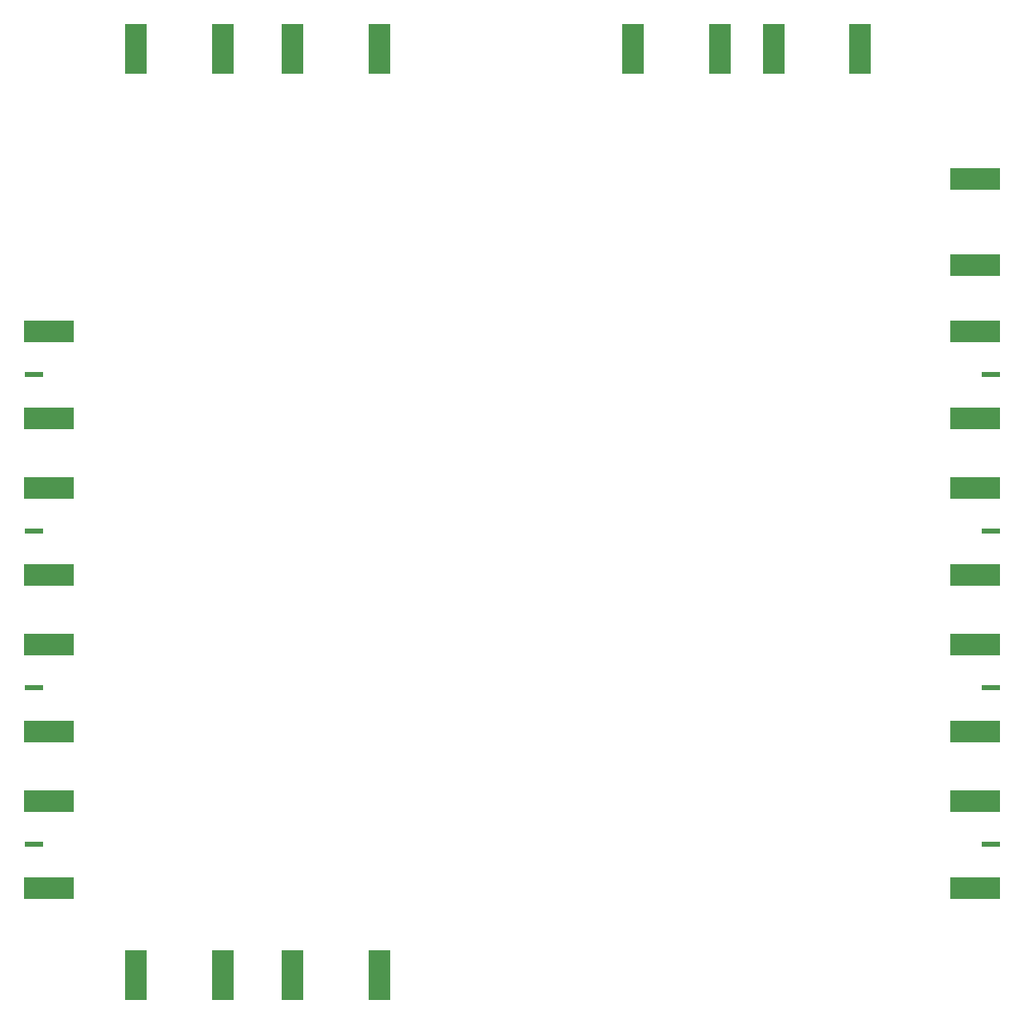
<source format=gtp>
G04*
G04 #@! TF.GenerationSoftware,Altium Limited,Altium Designer,19.1.7 (138)*
G04*
G04 Layer_Color=8421504*
%FSLAX25Y25*%
%MOIN*%
G70*
G01*
G75*
%ADD12R,0.07500X0.02000*%
%ADD13R,0.20000X0.09000*%
%ADD14R,0.09000X0.20000*%
D12*
X389351Y251969D02*
D03*
Y125984D02*
D03*
X4350D02*
D03*
X389351Y62992D02*
D03*
X4350D02*
D03*
X389351Y188976D02*
D03*
X4350D02*
D03*
Y251969D02*
D03*
D13*
X383101Y234569D02*
D03*
Y269369D02*
D03*
Y330900D02*
D03*
Y296100D02*
D03*
Y143384D02*
D03*
Y108584D02*
D03*
X10600D02*
D03*
Y143384D02*
D03*
X383101Y80392D02*
D03*
Y45592D02*
D03*
X10600D02*
D03*
Y80392D02*
D03*
X383101Y206376D02*
D03*
Y171576D02*
D03*
X10600D02*
D03*
Y206376D02*
D03*
Y234569D02*
D03*
Y269369D02*
D03*
D14*
X45592Y10600D02*
D03*
X80392D02*
D03*
Y383101D02*
D03*
X45592D02*
D03*
X108584Y10600D02*
D03*
X143384D02*
D03*
Y383101D02*
D03*
X108584D02*
D03*
X302100Y383101D02*
D03*
X336900D02*
D03*
X245598D02*
D03*
X280398D02*
D03*
M02*

</source>
